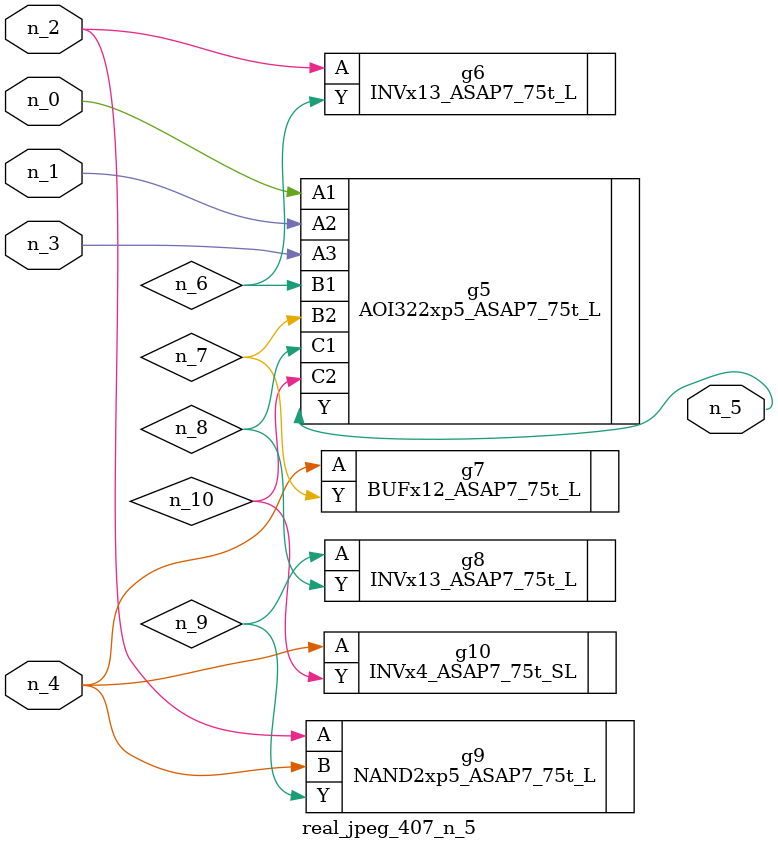
<source format=v>
module real_jpeg_407_n_5 (n_4, n_0, n_1, n_2, n_3, n_5);

input n_4;
input n_0;
input n_1;
input n_2;
input n_3;

output n_5;

wire n_8;
wire n_6;
wire n_7;
wire n_10;
wire n_9;

AOI322xp5_ASAP7_75t_L g5 ( 
.A1(n_0),
.A2(n_1),
.A3(n_3),
.B1(n_6),
.B2(n_7),
.C1(n_8),
.C2(n_10),
.Y(n_5)
);

INVx13_ASAP7_75t_L g6 ( 
.A(n_2),
.Y(n_6)
);

NAND2xp5_ASAP7_75t_L g9 ( 
.A(n_2),
.B(n_4),
.Y(n_9)
);

BUFx12_ASAP7_75t_L g7 ( 
.A(n_4),
.Y(n_7)
);

INVx4_ASAP7_75t_SL g10 ( 
.A(n_4),
.Y(n_10)
);

INVx13_ASAP7_75t_L g8 ( 
.A(n_9),
.Y(n_8)
);


endmodule
</source>
